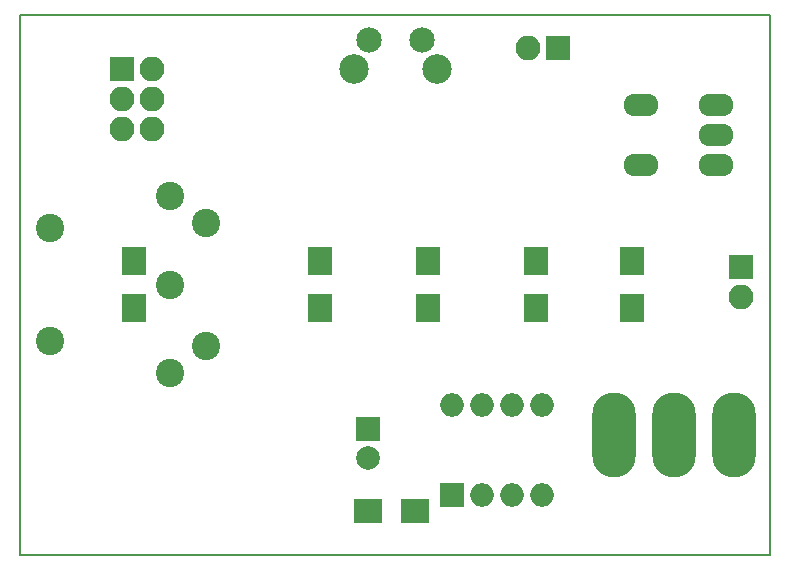
<source format=gbr>
G04 #@! TF.FileFunction,Soldermask,Bot*
%FSLAX46Y46*%
G04 Gerber Fmt 4.6, Leading zero omitted, Abs format (unit mm)*
G04 Created by KiCad (PCBNEW 4.0.7-e2-6376~58~ubuntu17.04.1) date Sat Mar 10 17:53:06 2018*
%MOMM*%
%LPD*%
G01*
G04 APERTURE LIST*
%ADD10C,0.100000*%
%ADD11C,0.150000*%
%ADD12R,2.000000X2.000000*%
%ADD13O,2.000000X2.000000*%
%ADD14R,2.100000X2.400000*%
%ADD15R,2.400000X2.100000*%
%ADD16C,2.000000*%
%ADD17R,2.100000X2.100000*%
%ADD18O,2.100000X2.100000*%
%ADD19C,2.500000*%
%ADD20C,2.150000*%
%ADD21O,3.700000X7.200000*%
%ADD22C,2.400000*%
%ADD23O,2.940000X1.924000*%
G04 APERTURE END LIST*
D10*
D11*
X120396000Y-122428000D02*
X120396000Y-76708000D01*
X183896000Y-122428000D02*
X120396000Y-122428000D01*
X183896000Y-122428000D02*
X183896000Y-76708000D01*
X183896000Y-76708000D02*
X120396000Y-76708000D01*
D12*
X156972000Y-117348000D03*
D13*
X164592000Y-109728000D03*
X159512000Y-117348000D03*
X162052000Y-109728000D03*
X162052000Y-117348000D03*
X159512000Y-109728000D03*
X164592000Y-117348000D03*
X156972000Y-109728000D03*
D14*
X164084000Y-101568000D03*
X164084000Y-97568000D03*
X145796000Y-101568000D03*
X145796000Y-97568000D03*
X130048000Y-101568000D03*
X130048000Y-97568000D03*
X172212000Y-101568000D03*
X172212000Y-97568000D03*
X154940000Y-101568000D03*
X154940000Y-97568000D03*
D15*
X153892000Y-118745000D03*
X149892000Y-118745000D03*
D12*
X149860000Y-111760000D03*
D16*
X149860000Y-114260000D03*
D17*
X129032000Y-81280000D03*
D18*
X131572000Y-81280000D03*
X129032000Y-83820000D03*
X131572000Y-83820000D03*
X129032000Y-86360000D03*
X131572000Y-86360000D03*
D19*
X155747000Y-81357000D03*
D20*
X154487000Y-78867000D03*
X149987000Y-78867000D03*
D19*
X148737000Y-81357000D03*
D21*
X180848000Y-112268000D03*
X170688000Y-112268000D03*
X175768000Y-112268000D03*
D17*
X181483000Y-98044000D03*
D18*
X181483000Y-100584000D03*
D17*
X165989000Y-79502000D03*
D18*
X163449000Y-79502000D03*
D22*
X122936000Y-94768000D03*
X136156000Y-94368000D03*
X136156000Y-104768000D03*
X133096000Y-107068000D03*
X133096000Y-99568000D03*
X133096000Y-92068000D03*
X122936000Y-104368000D03*
D23*
X172974000Y-84328000D03*
X172974000Y-89408000D03*
X179324000Y-84328000D03*
X179324000Y-86868000D03*
X179324000Y-89408000D03*
M02*

</source>
